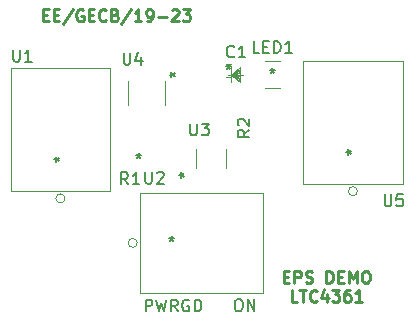
<source format=gbr>
%TF.GenerationSoftware,KiCad,Pcbnew,(6.0.10)*%
%TF.CreationDate,2023-02-10T15:15:10+05:30*%
%TF.ProjectId,protectionCkt,70726f74-6563-4746-996f-6e436b742e6b,rev?*%
%TF.SameCoordinates,Original*%
%TF.FileFunction,Legend,Top*%
%TF.FilePolarity,Positive*%
%FSLAX46Y46*%
G04 Gerber Fmt 4.6, Leading zero omitted, Abs format (unit mm)*
G04 Created by KiCad (PCBNEW (6.0.10)) date 2023-02-10 15:15:10*
%MOMM*%
%LPD*%
G01*
G04 APERTURE LIST*
%ADD10C,0.150000*%
%ADD11C,0.250000*%
%ADD12C,0.120000*%
G04 APERTURE END LIST*
D10*
X131931066Y-103982780D02*
X131931066Y-102982780D01*
X132312019Y-102982780D01*
X132407257Y-103030400D01*
X132454876Y-103078019D01*
X132502495Y-103173257D01*
X132502495Y-103316114D01*
X132454876Y-103411352D01*
X132407257Y-103458971D01*
X132312019Y-103506590D01*
X131931066Y-103506590D01*
X132835828Y-102982780D02*
X133073923Y-103982780D01*
X133264400Y-103268495D01*
X133454876Y-103982780D01*
X133692971Y-102982780D01*
X134645352Y-103982780D02*
X134312019Y-103506590D01*
X134073923Y-103982780D02*
X134073923Y-102982780D01*
X134454876Y-102982780D01*
X134550114Y-103030400D01*
X134597733Y-103078019D01*
X134645352Y-103173257D01*
X134645352Y-103316114D01*
X134597733Y-103411352D01*
X134550114Y-103458971D01*
X134454876Y-103506590D01*
X134073923Y-103506590D01*
X135597733Y-103030400D02*
X135502495Y-102982780D01*
X135359638Y-102982780D01*
X135216780Y-103030400D01*
X135121542Y-103125638D01*
X135073923Y-103220876D01*
X135026304Y-103411352D01*
X135026304Y-103554209D01*
X135073923Y-103744685D01*
X135121542Y-103839923D01*
X135216780Y-103935161D01*
X135359638Y-103982780D01*
X135454876Y-103982780D01*
X135597733Y-103935161D01*
X135645352Y-103887542D01*
X135645352Y-103554209D01*
X135454876Y-103554209D01*
X136073923Y-103982780D02*
X136073923Y-102982780D01*
X136312019Y-102982780D01*
X136454876Y-103030400D01*
X136550114Y-103125638D01*
X136597733Y-103220876D01*
X136645352Y-103411352D01*
X136645352Y-103554209D01*
X136597733Y-103744685D01*
X136550114Y-103839923D01*
X136454876Y-103935161D01*
X136312019Y-103982780D01*
X136073923Y-103982780D01*
X139715952Y-102957380D02*
X139906428Y-102957380D01*
X140001666Y-103005000D01*
X140096904Y-103100238D01*
X140144523Y-103290714D01*
X140144523Y-103624047D01*
X140096904Y-103814523D01*
X140001666Y-103909761D01*
X139906428Y-103957380D01*
X139715952Y-103957380D01*
X139620714Y-103909761D01*
X139525476Y-103814523D01*
X139477857Y-103624047D01*
X139477857Y-103290714D01*
X139525476Y-103100238D01*
X139620714Y-103005000D01*
X139715952Y-102957380D01*
X140573095Y-103957380D02*
X140573095Y-102957380D01*
X141144523Y-103957380D01*
X141144523Y-102957380D01*
D11*
X143624752Y-101028371D02*
X143958085Y-101028371D01*
X144100942Y-101552180D02*
X143624752Y-101552180D01*
X143624752Y-100552180D01*
X144100942Y-100552180D01*
X144529514Y-101552180D02*
X144529514Y-100552180D01*
X144910466Y-100552180D01*
X145005704Y-100599800D01*
X145053323Y-100647419D01*
X145100942Y-100742657D01*
X145100942Y-100885514D01*
X145053323Y-100980752D01*
X145005704Y-101028371D01*
X144910466Y-101075990D01*
X144529514Y-101075990D01*
X145481895Y-101504561D02*
X145624752Y-101552180D01*
X145862847Y-101552180D01*
X145958085Y-101504561D01*
X146005704Y-101456942D01*
X146053323Y-101361704D01*
X146053323Y-101266466D01*
X146005704Y-101171228D01*
X145958085Y-101123609D01*
X145862847Y-101075990D01*
X145672371Y-101028371D01*
X145577133Y-100980752D01*
X145529514Y-100933133D01*
X145481895Y-100837895D01*
X145481895Y-100742657D01*
X145529514Y-100647419D01*
X145577133Y-100599800D01*
X145672371Y-100552180D01*
X145910466Y-100552180D01*
X146053323Y-100599800D01*
X147243800Y-101552180D02*
X147243800Y-100552180D01*
X147481895Y-100552180D01*
X147624752Y-100599800D01*
X147719990Y-100695038D01*
X147767609Y-100790276D01*
X147815228Y-100980752D01*
X147815228Y-101123609D01*
X147767609Y-101314085D01*
X147719990Y-101409323D01*
X147624752Y-101504561D01*
X147481895Y-101552180D01*
X147243800Y-101552180D01*
X148243800Y-101028371D02*
X148577133Y-101028371D01*
X148719990Y-101552180D02*
X148243800Y-101552180D01*
X148243800Y-100552180D01*
X148719990Y-100552180D01*
X149148561Y-101552180D02*
X149148561Y-100552180D01*
X149481895Y-101266466D01*
X149815228Y-100552180D01*
X149815228Y-101552180D01*
X150481895Y-100552180D02*
X150672371Y-100552180D01*
X150767609Y-100599800D01*
X150862847Y-100695038D01*
X150910466Y-100885514D01*
X150910466Y-101218847D01*
X150862847Y-101409323D01*
X150767609Y-101504561D01*
X150672371Y-101552180D01*
X150481895Y-101552180D01*
X150386657Y-101504561D01*
X150291419Y-101409323D01*
X150243800Y-101218847D01*
X150243800Y-100885514D01*
X150291419Y-100695038D01*
X150386657Y-100599800D01*
X150481895Y-100552180D01*
X144767609Y-103162180D02*
X144291419Y-103162180D01*
X144291419Y-102162180D01*
X144958085Y-102162180D02*
X145529514Y-102162180D01*
X145243800Y-103162180D02*
X145243800Y-102162180D01*
X146434276Y-103066942D02*
X146386657Y-103114561D01*
X146243800Y-103162180D01*
X146148561Y-103162180D01*
X146005704Y-103114561D01*
X145910466Y-103019323D01*
X145862847Y-102924085D01*
X145815228Y-102733609D01*
X145815228Y-102590752D01*
X145862847Y-102400276D01*
X145910466Y-102305038D01*
X146005704Y-102209800D01*
X146148561Y-102162180D01*
X146243800Y-102162180D01*
X146386657Y-102209800D01*
X146434276Y-102257419D01*
X147291419Y-102495514D02*
X147291419Y-103162180D01*
X147053323Y-102114561D02*
X146815228Y-102828847D01*
X147434276Y-102828847D01*
X147719990Y-102162180D02*
X148339038Y-102162180D01*
X148005704Y-102543133D01*
X148148561Y-102543133D01*
X148243800Y-102590752D01*
X148291419Y-102638371D01*
X148339038Y-102733609D01*
X148339038Y-102971704D01*
X148291419Y-103066942D01*
X148243800Y-103114561D01*
X148148561Y-103162180D01*
X147862847Y-103162180D01*
X147767609Y-103114561D01*
X147719990Y-103066942D01*
X149196180Y-102162180D02*
X149005704Y-102162180D01*
X148910466Y-102209800D01*
X148862847Y-102257419D01*
X148767609Y-102400276D01*
X148719990Y-102590752D01*
X148719990Y-102971704D01*
X148767609Y-103066942D01*
X148815228Y-103114561D01*
X148910466Y-103162180D01*
X149100942Y-103162180D01*
X149196180Y-103114561D01*
X149243800Y-103066942D01*
X149291419Y-102971704D01*
X149291419Y-102733609D01*
X149243800Y-102638371D01*
X149196180Y-102590752D01*
X149100942Y-102543133D01*
X148910466Y-102543133D01*
X148815228Y-102590752D01*
X148767609Y-102638371D01*
X148719990Y-102733609D01*
X150243800Y-103162180D02*
X149672371Y-103162180D01*
X149958085Y-103162180D02*
X149958085Y-102162180D01*
X149862847Y-102305038D01*
X149767609Y-102400276D01*
X149672371Y-102447895D01*
X123247923Y-78871771D02*
X123581257Y-78871771D01*
X123724114Y-79395580D02*
X123247923Y-79395580D01*
X123247923Y-78395580D01*
X123724114Y-78395580D01*
X124152685Y-78871771D02*
X124486019Y-78871771D01*
X124628876Y-79395580D02*
X124152685Y-79395580D01*
X124152685Y-78395580D01*
X124628876Y-78395580D01*
X125771733Y-78347961D02*
X124914590Y-79633676D01*
X126628876Y-78443200D02*
X126533638Y-78395580D01*
X126390780Y-78395580D01*
X126247923Y-78443200D01*
X126152685Y-78538438D01*
X126105066Y-78633676D01*
X126057447Y-78824152D01*
X126057447Y-78967009D01*
X126105066Y-79157485D01*
X126152685Y-79252723D01*
X126247923Y-79347961D01*
X126390780Y-79395580D01*
X126486019Y-79395580D01*
X126628876Y-79347961D01*
X126676495Y-79300342D01*
X126676495Y-78967009D01*
X126486019Y-78967009D01*
X127105066Y-78871771D02*
X127438400Y-78871771D01*
X127581257Y-79395580D02*
X127105066Y-79395580D01*
X127105066Y-78395580D01*
X127581257Y-78395580D01*
X128581257Y-79300342D02*
X128533638Y-79347961D01*
X128390780Y-79395580D01*
X128295542Y-79395580D01*
X128152685Y-79347961D01*
X128057447Y-79252723D01*
X128009828Y-79157485D01*
X127962209Y-78967009D01*
X127962209Y-78824152D01*
X128009828Y-78633676D01*
X128057447Y-78538438D01*
X128152685Y-78443200D01*
X128295542Y-78395580D01*
X128390780Y-78395580D01*
X128533638Y-78443200D01*
X128581257Y-78490819D01*
X129343161Y-78871771D02*
X129486019Y-78919390D01*
X129533638Y-78967009D01*
X129581257Y-79062247D01*
X129581257Y-79205104D01*
X129533638Y-79300342D01*
X129486019Y-79347961D01*
X129390780Y-79395580D01*
X129009828Y-79395580D01*
X129009828Y-78395580D01*
X129343161Y-78395580D01*
X129438400Y-78443200D01*
X129486019Y-78490819D01*
X129533638Y-78586057D01*
X129533638Y-78681295D01*
X129486019Y-78776533D01*
X129438400Y-78824152D01*
X129343161Y-78871771D01*
X129009828Y-78871771D01*
X130724114Y-78347961D02*
X129866971Y-79633676D01*
X131581257Y-79395580D02*
X131009828Y-79395580D01*
X131295542Y-79395580D02*
X131295542Y-78395580D01*
X131200304Y-78538438D01*
X131105066Y-78633676D01*
X131009828Y-78681295D01*
X132057447Y-79395580D02*
X132247923Y-79395580D01*
X132343161Y-79347961D01*
X132390780Y-79300342D01*
X132486019Y-79157485D01*
X132533638Y-78967009D01*
X132533638Y-78586057D01*
X132486019Y-78490819D01*
X132438400Y-78443200D01*
X132343161Y-78395580D01*
X132152685Y-78395580D01*
X132057447Y-78443200D01*
X132009828Y-78490819D01*
X131962209Y-78586057D01*
X131962209Y-78824152D01*
X132009828Y-78919390D01*
X132057447Y-78967009D01*
X132152685Y-79014628D01*
X132343161Y-79014628D01*
X132438400Y-78967009D01*
X132486019Y-78919390D01*
X132533638Y-78824152D01*
X132962209Y-79014628D02*
X133724114Y-79014628D01*
X134152685Y-78490819D02*
X134200304Y-78443200D01*
X134295542Y-78395580D01*
X134533638Y-78395580D01*
X134628876Y-78443200D01*
X134676495Y-78490819D01*
X134724114Y-78586057D01*
X134724114Y-78681295D01*
X134676495Y-78824152D01*
X134105066Y-79395580D01*
X134724114Y-79395580D01*
X135057447Y-78395580D02*
X135676495Y-78395580D01*
X135343161Y-78776533D01*
X135486019Y-78776533D01*
X135581257Y-78824152D01*
X135628876Y-78871771D01*
X135676495Y-78967009D01*
X135676495Y-79205104D01*
X135628876Y-79300342D01*
X135581257Y-79347961D01*
X135486019Y-79395580D01*
X135200304Y-79395580D01*
X135105066Y-79347961D01*
X135057447Y-79300342D01*
D10*
%TO.C,C1*%
X139431733Y-82373742D02*
X139384114Y-82421361D01*
X139241257Y-82468980D01*
X139146019Y-82468980D01*
X139003161Y-82421361D01*
X138907923Y-82326123D01*
X138860304Y-82230885D01*
X138812685Y-82040409D01*
X138812685Y-81897552D01*
X138860304Y-81707076D01*
X138907923Y-81611838D01*
X139003161Y-81516600D01*
X139146019Y-81468980D01*
X139241257Y-81468980D01*
X139384114Y-81516600D01*
X139431733Y-81564219D01*
X140384114Y-82468980D02*
X139812685Y-82468980D01*
X140098400Y-82468980D02*
X140098400Y-81468980D01*
X140003161Y-81611838D01*
X139907923Y-81707076D01*
X139812685Y-81754695D01*
X138938000Y-83018380D02*
X138938000Y-83256476D01*
X138699904Y-83161238D02*
X138938000Y-83256476D01*
X139176095Y-83161238D01*
X138795142Y-83446952D02*
X138938000Y-83256476D01*
X139080857Y-83446952D01*
%TO.C,U1*%
X120726295Y-81824580D02*
X120726295Y-82634104D01*
X120773914Y-82729342D01*
X120821533Y-82776961D01*
X120916771Y-82824580D01*
X121107247Y-82824580D01*
X121202485Y-82776961D01*
X121250104Y-82729342D01*
X121297723Y-82634104D01*
X121297723Y-81824580D01*
X122297723Y-82824580D02*
X121726295Y-82824580D01*
X122012009Y-82824580D02*
X122012009Y-81824580D01*
X121916771Y-81967438D01*
X121821533Y-82062676D01*
X121726295Y-82110295D01*
X124166380Y-91109800D02*
X124404476Y-91109800D01*
X124309238Y-91347895D02*
X124404476Y-91109800D01*
X124309238Y-90871704D01*
X124594952Y-91252657D02*
X124404476Y-91109800D01*
X124594952Y-90966942D01*
%TO.C,U2*%
X131902295Y-92162380D02*
X131902295Y-92971904D01*
X131949914Y-93067142D01*
X131997533Y-93114761D01*
X132092771Y-93162380D01*
X132283247Y-93162380D01*
X132378485Y-93114761D01*
X132426104Y-93067142D01*
X132473723Y-92971904D01*
X132473723Y-92162380D01*
X132902295Y-92257619D02*
X132949914Y-92210000D01*
X133045152Y-92162380D01*
X133283247Y-92162380D01*
X133378485Y-92210000D01*
X133426104Y-92257619D01*
X133473723Y-92352857D01*
X133473723Y-92448095D01*
X133426104Y-92590952D01*
X132854676Y-93162380D01*
X133473723Y-93162380D01*
X134137400Y-97623380D02*
X134137400Y-97861476D01*
X133899304Y-97766238D02*
X134137400Y-97861476D01*
X134375495Y-97766238D01*
X133994542Y-98051952D02*
X134137400Y-97861476D01*
X134280257Y-98051952D01*
%TO.C,R1*%
X130440133Y-93213180D02*
X130106800Y-92736990D01*
X129868704Y-93213180D02*
X129868704Y-92213180D01*
X130249657Y-92213180D01*
X130344895Y-92260800D01*
X130392514Y-92308419D01*
X130440133Y-92403657D01*
X130440133Y-92546514D01*
X130392514Y-92641752D01*
X130344895Y-92689371D01*
X130249657Y-92736990D01*
X129868704Y-92736990D01*
X131392514Y-93213180D02*
X130821085Y-93213180D01*
X131106800Y-93213180D02*
X131106800Y-92213180D01*
X131011561Y-92356038D01*
X130916323Y-92451276D01*
X130821085Y-92498895D01*
X131343400Y-90562180D02*
X131343400Y-90800276D01*
X131105304Y-90705038D02*
X131343400Y-90800276D01*
X131581495Y-90705038D01*
X131200542Y-90990752D02*
X131343400Y-90800276D01*
X131486257Y-90990752D01*
%TO.C,U4*%
X130073495Y-82078580D02*
X130073495Y-82888104D01*
X130121114Y-82983342D01*
X130168733Y-83030961D01*
X130263971Y-83078580D01*
X130454447Y-83078580D01*
X130549685Y-83030961D01*
X130597304Y-82983342D01*
X130644923Y-82888104D01*
X130644923Y-82078580D01*
X131549685Y-82411914D02*
X131549685Y-83078580D01*
X131311590Y-82030961D02*
X131073495Y-82745247D01*
X131692542Y-82745247D01*
X133955180Y-83927950D02*
X134193276Y-83927950D01*
X134098038Y-84166045D02*
X134193276Y-83927950D01*
X134098038Y-83689854D01*
X134383752Y-84070807D02*
X134193276Y-83927950D01*
X134383752Y-83785092D01*
X133955180Y-83927950D02*
X134193276Y-83927950D01*
X134098038Y-84166045D02*
X134193276Y-83927950D01*
X134098038Y-83689854D01*
X134383752Y-84070807D02*
X134193276Y-83927950D01*
X134383752Y-83785092D01*
%TO.C,R2*%
X140711180Y-88599865D02*
X140234990Y-88933199D01*
X140711180Y-89171294D02*
X139711180Y-89171294D01*
X139711180Y-88790341D01*
X139758800Y-88695103D01*
X139806419Y-88647484D01*
X139901657Y-88599865D01*
X140044514Y-88599865D01*
X140139752Y-88647484D01*
X140187371Y-88695103D01*
X140234990Y-88790341D01*
X140234990Y-89171294D01*
X139806419Y-88218913D02*
X139758800Y-88171294D01*
X139711180Y-88076056D01*
X139711180Y-87837960D01*
X139758800Y-87742722D01*
X139806419Y-87695103D01*
X139901657Y-87647484D01*
X139996895Y-87647484D01*
X140139752Y-87695103D01*
X140711180Y-88266532D01*
X140711180Y-87647484D01*
%TO.C,LED1*%
X141552752Y-82087980D02*
X141076561Y-82087980D01*
X141076561Y-81087980D01*
X141886085Y-81564171D02*
X142219419Y-81564171D01*
X142362276Y-82087980D02*
X141886085Y-82087980D01*
X141886085Y-81087980D01*
X142362276Y-81087980D01*
X142790847Y-82087980D02*
X142790847Y-81087980D01*
X143028942Y-81087980D01*
X143171800Y-81135600D01*
X143267038Y-81230838D01*
X143314657Y-81326076D01*
X143362276Y-81516552D01*
X143362276Y-81659409D01*
X143314657Y-81849885D01*
X143267038Y-81945123D01*
X143171800Y-82040361D01*
X143028942Y-82087980D01*
X142790847Y-82087980D01*
X144314657Y-82087980D02*
X143743228Y-82087980D01*
X144028942Y-82087980D02*
X144028942Y-81087980D01*
X143933704Y-81230838D01*
X143838466Y-81326076D01*
X143743228Y-81373695D01*
X142671800Y-83373980D02*
X142671800Y-83612076D01*
X142433704Y-83516838D02*
X142671800Y-83612076D01*
X142909895Y-83516838D01*
X142528942Y-83802552D02*
X142671800Y-83612076D01*
X142814657Y-83802552D01*
%TO.C,U5*%
X152171495Y-94067380D02*
X152171495Y-94876904D01*
X152219114Y-94972142D01*
X152266733Y-95019761D01*
X152361971Y-95067380D01*
X152552447Y-95067380D01*
X152647685Y-95019761D01*
X152695304Y-94972142D01*
X152742923Y-94876904D01*
X152742923Y-94067380D01*
X153695304Y-94067380D02*
X153219114Y-94067380D01*
X153171495Y-94543571D01*
X153219114Y-94495952D01*
X153314352Y-94448333D01*
X153552447Y-94448333D01*
X153647685Y-94495952D01*
X153695304Y-94543571D01*
X153742923Y-94638809D01*
X153742923Y-94876904D01*
X153695304Y-94972142D01*
X153647685Y-95019761D01*
X153552447Y-95067380D01*
X153314352Y-95067380D01*
X153219114Y-95019761D01*
X153171495Y-94972142D01*
X148931380Y-90500200D02*
X149169476Y-90500200D01*
X149074238Y-90738295D02*
X149169476Y-90500200D01*
X149074238Y-90262104D01*
X149359952Y-90643057D02*
X149169476Y-90500200D01*
X149359952Y-90357342D01*
%TO.C,U3*%
X135712295Y-88072980D02*
X135712295Y-88882504D01*
X135759914Y-88977742D01*
X135807533Y-89025361D01*
X135902771Y-89072980D01*
X136093247Y-89072980D01*
X136188485Y-89025361D01*
X136236104Y-88977742D01*
X136283723Y-88882504D01*
X136283723Y-88072980D01*
X136664676Y-88072980D02*
X137283723Y-88072980D01*
X136950390Y-88453933D01*
X137093247Y-88453933D01*
X137188485Y-88501552D01*
X137236104Y-88549171D01*
X137283723Y-88644409D01*
X137283723Y-88882504D01*
X137236104Y-88977742D01*
X137188485Y-89025361D01*
X137093247Y-89072980D01*
X136807533Y-89072980D01*
X136712295Y-89025361D01*
X136664676Y-88977742D01*
X134768580Y-92424250D02*
X135006676Y-92424250D01*
X134911438Y-92662345D02*
X135006676Y-92424250D01*
X134911438Y-92186154D01*
X135197152Y-92567107D02*
X135006676Y-92424250D01*
X135197152Y-92281392D01*
X134768580Y-92424250D02*
X135006676Y-92424250D01*
X134911438Y-92662345D02*
X135006676Y-92424250D01*
X134911438Y-92186154D01*
X135197152Y-92567107D02*
X135006676Y-92424250D01*
X135197152Y-92281392D01*
D12*
%TO.C,C1*%
X138745550Y-84093000D02*
X139130450Y-84093000D01*
X139130450Y-83039000D02*
X138745550Y-83039000D01*
%TO.C,U1*%
X125095000Y-94411800D02*
G75*
G03*
X125095000Y-94411800I-381000J0D01*
G01*
X128930400Y-93776800D02*
X128930400Y-83362800D01*
X120497600Y-93776800D02*
X128930400Y-93776800D01*
X120497600Y-83362800D02*
X120497600Y-93776800D01*
X128930400Y-83362800D02*
X120497600Y-83362800D01*
%TO.C,U2*%
X131470400Y-93954600D02*
X131470400Y-102387400D01*
X141884400Y-102387400D02*
X141884400Y-93954600D01*
X131470400Y-102387400D02*
X141884400Y-102387400D01*
X141884400Y-93954600D02*
X131470400Y-93954600D01*
X131216400Y-98171000D02*
G75*
G03*
X131216400Y-98171000I-381000J0D01*
G01*
%TO.C,U4*%
X130403600Y-84493100D02*
X130403600Y-86499700D01*
X133553200Y-86499700D02*
X133553200Y-84493100D01*
%TO.C,LED1*%
X139141200Y-83921600D02*
X139903200Y-83286600D01*
X139141200Y-83921600D02*
X139903200Y-84302600D01*
X139141200Y-83286600D02*
X139141200Y-84556600D01*
X139141200Y-83921600D02*
X139903200Y-83667600D01*
X139141200Y-83921600D02*
X139903200Y-83413600D01*
X139141200Y-83921600D02*
X139903200Y-84556600D01*
X139903200Y-83286600D02*
X139903200Y-84556600D01*
X143291203Y-82791300D02*
X142052397Y-82791300D01*
X140157200Y-83921600D02*
X138887200Y-83921600D01*
X142052397Y-85051900D02*
X143291203Y-85051900D01*
X139141200Y-83921600D02*
X139903200Y-84429600D01*
X139141200Y-83921600D02*
X139903200Y-83540600D01*
X139141200Y-83921600D02*
X139903200Y-84175600D01*
X139141200Y-83921600D02*
X139903200Y-84048600D01*
X139141200Y-83921600D02*
X139903200Y-83794600D01*
%TO.C,U5*%
X149860000Y-93802200D02*
G75*
G03*
X149860000Y-93802200I-381000J0D01*
G01*
X153695400Y-82753200D02*
X145262600Y-82753200D01*
X145262600Y-82753200D02*
X145262600Y-93167200D01*
X145262600Y-93167200D02*
X153695400Y-93167200D01*
X153695400Y-93167200D02*
X153695400Y-82753200D01*
%TO.C,U3*%
X136232900Y-90258900D02*
X136232900Y-91859100D01*
X138696700Y-91859100D02*
X138696700Y-90258900D01*
%TD*%
M02*

</source>
